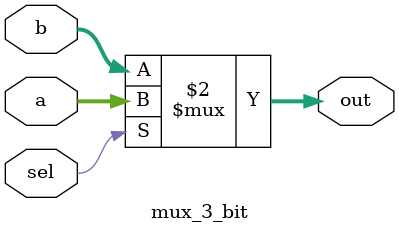
<source format=v>
module mux_3_bit(a,b,sel,out);
input [2:0] a;
input [2:0] b;
input sel;

output  reg [2:0]out;

always @(*) 
begin
  out <= sel ?  a : b ;
end
endmodule





</source>
